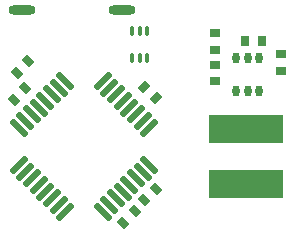
<source format=gtp>
%FSLAX25Y25*%
%MOIN*%
G70*
G01*
G75*
G04 Layer_Color=8421504*
G04:AMPARAMS|DCode=10|XSize=35.43mil|YSize=27.56mil|CornerRadius=0mil|HoleSize=0mil|Usage=FLASHONLY|Rotation=315.000|XOffset=0mil|YOffset=0mil|HoleType=Round|Shape=Rectangle|*
%AMROTATEDRECTD10*
4,1,4,-0.02227,0.00278,-0.00278,0.02227,0.02227,-0.00278,0.00278,-0.02227,-0.02227,0.00278,0.0*
%
%ADD10ROTATEDRECTD10*%

G04:AMPARAMS|DCode=11|XSize=35.43mil|YSize=27.56mil|CornerRadius=0mil|HoleSize=0mil|Usage=FLASHONLY|Rotation=225.000|XOffset=0mil|YOffset=0mil|HoleType=Round|Shape=Rectangle|*
%AMROTATEDRECTD11*
4,1,4,0.00278,0.02227,0.02227,0.00278,-0.00278,-0.02227,-0.02227,-0.00278,0.00278,0.02227,0.0*
%
%ADD11ROTATEDRECTD11*%

%ADD12R,0.03543X0.02756*%
%ADD13R,0.02756X0.03543*%
%ADD14R,0.24882X0.09291*%
%ADD15O,0.01575X0.03347*%
G04:AMPARAMS|DCode=16|XSize=21.65mil|YSize=76.77mil|CornerRadius=0mil|HoleSize=0mil|Usage=FLASHONLY|Rotation=315.000|XOffset=0mil|YOffset=0mil|HoleType=Round|Shape=Round|*
%AMOVALD16*
21,1,0.05512,0.02165,0.00000,0.00000,45.0*
1,1,0.02165,-0.01949,-0.01949*
1,1,0.02165,0.01949,0.01949*
%
%ADD16OVALD16*%

G04:AMPARAMS|DCode=17|XSize=21.65mil|YSize=76.77mil|CornerRadius=0mil|HoleSize=0mil|Usage=FLASHONLY|Rotation=45.000|XOffset=0mil|YOffset=0mil|HoleType=Round|Shape=Round|*
%AMOVALD17*
21,1,0.05512,0.02165,0.00000,0.00000,135.0*
1,1,0.02165,0.01949,-0.01949*
1,1,0.02165,-0.01949,0.01949*
%
%ADD17OVALD17*%

%ADD18O,0.09055X0.03150*%
%ADD19O,0.02362X0.03740*%
%ADD20C,0.01000*%
%ADD21C,0.04000*%
%ADD22C,0.02000*%
%ADD23C,0.01200*%
%ADD24C,0.02500*%
%ADD25C,0.05906*%
%ADD26R,0.05906X0.05906*%
%ADD27R,0.05906X0.05906*%
%ADD28R,0.05512X0.05512*%
%ADD29C,0.05512*%
%ADD30C,0.06299*%
%ADD31R,0.06299X0.06299*%
%ADD32C,0.05000*%
%ADD33C,0.00984*%
%ADD34C,0.02362*%
%ADD35C,0.00787*%
%ADD36C,0.00500*%
%ADD37C,0.00400*%
D10*
X125051Y455051D02*
D03*
X128949Y458949D02*
D03*
X129949Y467949D02*
D03*
X126051Y464051D02*
D03*
X168551Y421551D02*
D03*
X172449Y425449D02*
D03*
X161551Y414051D02*
D03*
X165449Y417949D02*
D03*
D11*
X168551Y459449D02*
D03*
X172449Y455551D02*
D03*
D12*
X214000Y470256D02*
D03*
Y464744D02*
D03*
X192000Y477256D02*
D03*
Y471744D02*
D03*
Y466756D02*
D03*
Y461244D02*
D03*
D13*
X202244Y474500D02*
D03*
X207756D02*
D03*
D14*
X202500Y445134D02*
D03*
Y426866D02*
D03*
D15*
X164441Y469071D02*
D03*
X167000D02*
D03*
X169559D02*
D03*
X164441Y477929D02*
D03*
X167000D02*
D03*
X169559D02*
D03*
D16*
X154694Y461284D02*
D03*
X156921Y459057D02*
D03*
X159148Y456830D02*
D03*
X161375Y454603D02*
D03*
X163603Y452376D02*
D03*
X165830Y450148D02*
D03*
X168057Y447921D02*
D03*
X170284Y445694D02*
D03*
X142306Y417716D02*
D03*
X140079Y419943D02*
D03*
X137852Y422170D02*
D03*
X135625Y424397D02*
D03*
X133397Y426624D02*
D03*
X131170Y428852D02*
D03*
X128943Y431079D02*
D03*
X126716Y433306D02*
D03*
D17*
X170284D02*
D03*
X168057Y431079D02*
D03*
X165830Y428852D02*
D03*
X163603Y426624D02*
D03*
X161375Y424397D02*
D03*
X159148Y422170D02*
D03*
X156921Y419943D02*
D03*
X154694Y417716D02*
D03*
X126716Y445694D02*
D03*
X128943Y447921D02*
D03*
X131170Y450148D02*
D03*
X133397Y452376D02*
D03*
X135625Y454603D02*
D03*
X137852Y456830D02*
D03*
X140079Y459057D02*
D03*
X142306Y461284D02*
D03*
D18*
X161232Y485000D02*
D03*
X127768D02*
D03*
D19*
X206740Y468913D02*
D03*
X203000D02*
D03*
X199260D02*
D03*
X206740Y458087D02*
D03*
X203000D02*
D03*
X199260D02*
D03*
M02*

</source>
